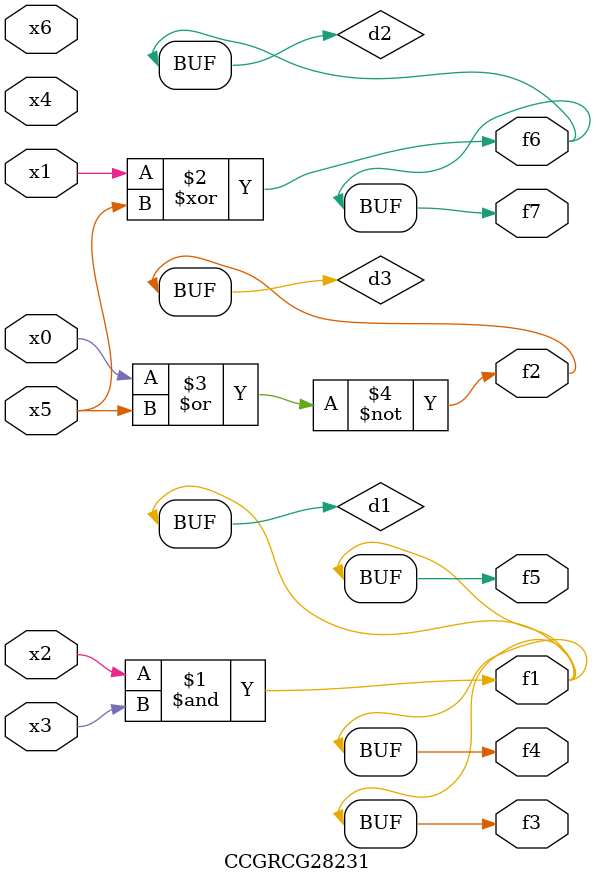
<source format=v>
module CCGRCG28231(
	input x0, x1, x2, x3, x4, x5, x6,
	output f1, f2, f3, f4, f5, f6, f7
);

	wire d1, d2, d3;

	and (d1, x2, x3);
	xor (d2, x1, x5);
	nor (d3, x0, x5);
	assign f1 = d1;
	assign f2 = d3;
	assign f3 = d1;
	assign f4 = d1;
	assign f5 = d1;
	assign f6 = d2;
	assign f7 = d2;
endmodule

</source>
